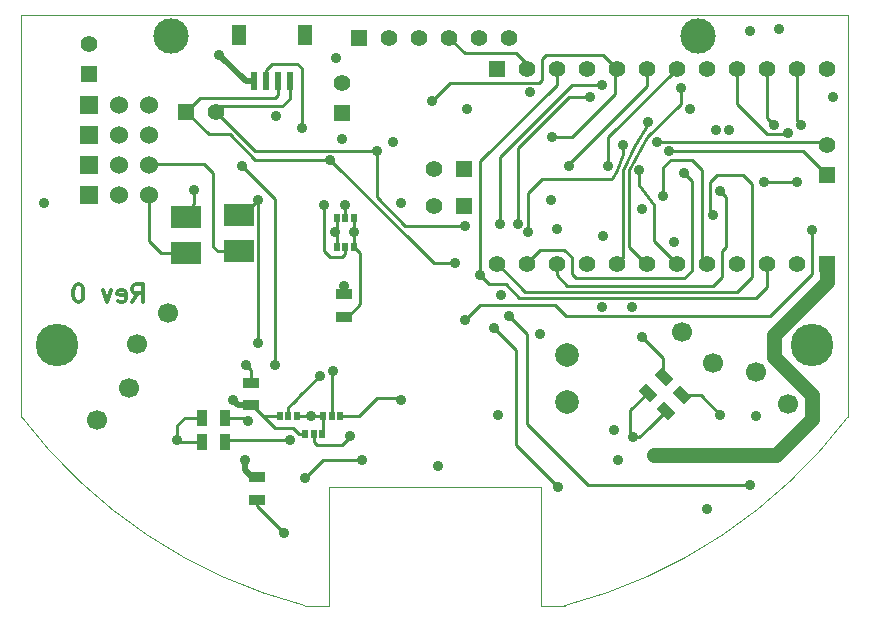
<source format=gbr>
G04 (created by PCBNEW (2013-07-07 BZR 4022)-stable) date 2/19/2015 5:20:46 AM*
%MOIN*%
G04 Gerber Fmt 3.4, Leading zero omitted, Abs format*
%FSLAX34Y34*%
G01*
G70*
G90*
G04 APERTURE LIST*
%ADD10C,0.00590551*%
%ADD11C,0.011811*%
%ADD12C,0.00393701*%
%ADD13R,0.035X0.055*%
%ADD14R,0.055X0.035*%
%ADD15R,0.055X0.055*%
%ADD16C,0.055*%
%ADD17R,0.02X0.03*%
%ADD18R,0.06X0.06*%
%ADD19C,0.06*%
%ADD20C,0.0787*%
%ADD21R,0.0236X0.061*%
%ADD22R,0.0472X0.0708*%
%ADD23R,0.0984X0.0768*%
%ADD24C,0.141732*%
%ADD25C,0.11811*%
%ADD26C,0.0669291*%
%ADD27C,0.035*%
%ADD28C,0.01*%
%ADD29C,0.02*%
%ADD30C,0.05*%
G04 APERTURE END LIST*
G54D10*
G54D11*
X78501Y-54839D02*
X78698Y-54557D01*
X78838Y-54839D02*
X78838Y-54248D01*
X78613Y-54248D01*
X78557Y-54276D01*
X78529Y-54304D01*
X78501Y-54360D01*
X78501Y-54445D01*
X78529Y-54501D01*
X78557Y-54529D01*
X78613Y-54557D01*
X78838Y-54557D01*
X78023Y-54810D02*
X78079Y-54839D01*
X78192Y-54839D01*
X78248Y-54810D01*
X78276Y-54754D01*
X78276Y-54529D01*
X78248Y-54473D01*
X78192Y-54445D01*
X78079Y-54445D01*
X78023Y-54473D01*
X77995Y-54529D01*
X77995Y-54585D01*
X78276Y-54642D01*
X77798Y-54445D02*
X77657Y-54839D01*
X77517Y-54445D01*
X76729Y-54248D02*
X76673Y-54248D01*
X76617Y-54276D01*
X76589Y-54304D01*
X76561Y-54360D01*
X76532Y-54473D01*
X76532Y-54614D01*
X76561Y-54726D01*
X76589Y-54782D01*
X76617Y-54810D01*
X76673Y-54839D01*
X76729Y-54839D01*
X76786Y-54810D01*
X76814Y-54782D01*
X76842Y-54726D01*
X76870Y-54614D01*
X76870Y-54473D01*
X76842Y-54360D01*
X76814Y-54304D01*
X76786Y-54276D01*
X76729Y-54248D01*
G54D12*
X102367Y-58653D02*
G75*
G02X92910Y-64961I-13785J10425D01*
G74*
G01*
X92913Y-64960D02*
X92125Y-64960D01*
X84251Y-64960D02*
X85039Y-64960D01*
X85039Y-61023D02*
X92125Y-61023D01*
X74797Y-58653D02*
G75*
G03X84255Y-64961I13785J10425D01*
G74*
G01*
X92125Y-61023D02*
X92125Y-64960D01*
X85039Y-61023D02*
X85039Y-64960D01*
X74803Y-58661D02*
X74803Y-45275D01*
X102362Y-45275D02*
X102362Y-58661D01*
X74803Y-45275D02*
X102362Y-45275D01*
G54D13*
X81575Y-58700D03*
X80825Y-58700D03*
G54D14*
X85550Y-55325D03*
X85550Y-54575D03*
X82650Y-60675D03*
X82650Y-61425D03*
X82450Y-58275D03*
X82450Y-57525D03*
G54D10*
G36*
X96144Y-57016D02*
X96533Y-57405D01*
X96285Y-57653D01*
X95896Y-57264D01*
X96144Y-57016D01*
X96144Y-57016D01*
G37*
G36*
X95614Y-57546D02*
X96003Y-57935D01*
X95755Y-58183D01*
X95366Y-57794D01*
X95614Y-57546D01*
X95614Y-57546D01*
G37*
G36*
X96744Y-57616D02*
X97133Y-58005D01*
X96885Y-58253D01*
X96496Y-57864D01*
X96744Y-57616D01*
X96744Y-57616D01*
G37*
G36*
X96214Y-58146D02*
X96603Y-58535D01*
X96355Y-58783D01*
X95966Y-58394D01*
X96214Y-58146D01*
X96214Y-58146D01*
G37*
G54D13*
X81575Y-59500D03*
X80825Y-59500D03*
G54D15*
X86053Y-46025D03*
G54D16*
X87053Y-46025D03*
X88053Y-46025D03*
X89053Y-46025D03*
X90053Y-46025D03*
X91053Y-46025D03*
G54D15*
X101650Y-50600D03*
G54D16*
X101650Y-49600D03*
G54D15*
X85500Y-48550D03*
G54D16*
X85500Y-47550D03*
G54D15*
X80300Y-48500D03*
G54D16*
X81300Y-48500D03*
G54D15*
X77050Y-47250D03*
G54D16*
X77050Y-46250D03*
G54D15*
X90650Y-47071D03*
G54D16*
X91650Y-47071D03*
X92650Y-47071D03*
X93650Y-47071D03*
X94650Y-47071D03*
X95650Y-47071D03*
X96650Y-47071D03*
X97650Y-47071D03*
X98650Y-47071D03*
X99650Y-47071D03*
X100650Y-47071D03*
X101650Y-47071D03*
G54D15*
X101650Y-53571D03*
G54D16*
X100650Y-53571D03*
X99650Y-53571D03*
X98650Y-53571D03*
X97650Y-53571D03*
X96650Y-53571D03*
X95650Y-53571D03*
X94650Y-53571D03*
X93650Y-53571D03*
X92650Y-53571D03*
X91650Y-53571D03*
X90650Y-53571D03*
G54D17*
X85150Y-58650D03*
X84870Y-58650D03*
X85430Y-58650D03*
X83700Y-58650D03*
X83980Y-58650D03*
X83420Y-58650D03*
X84550Y-59250D03*
X84830Y-59250D03*
X84270Y-59250D03*
G54D18*
X77053Y-51275D03*
G54D19*
X78053Y-51275D03*
X79053Y-51275D03*
G54D18*
X77053Y-50275D03*
G54D19*
X78053Y-50275D03*
X79053Y-50275D03*
G54D18*
X77053Y-49275D03*
G54D19*
X78053Y-49275D03*
X79053Y-49275D03*
G54D18*
X77053Y-48275D03*
G54D19*
X78053Y-48275D03*
X79053Y-48275D03*
G54D20*
X92987Y-58187D03*
X92987Y-56612D03*
G54D21*
X82560Y-47471D03*
X82954Y-47471D03*
X83346Y-47471D03*
X83740Y-47471D03*
G54D22*
X82048Y-45946D03*
X84252Y-45946D03*
G54D23*
X80300Y-52000D03*
X80300Y-53200D03*
X82050Y-51950D03*
X82050Y-53150D03*
G54D17*
X85600Y-52050D03*
X85880Y-52050D03*
X85320Y-52050D03*
X85600Y-53000D03*
X85880Y-53000D03*
X85320Y-53000D03*
G54D15*
X89550Y-50400D03*
G54D16*
X88550Y-50400D03*
G54D15*
X89550Y-51650D03*
G54D16*
X88550Y-51650D03*
G54D24*
X76000Y-56275D03*
X101150Y-56275D03*
G54D25*
X97350Y-45975D03*
X79800Y-45975D03*
G54D26*
X78668Y-56249D03*
X79698Y-55219D03*
X78384Y-57696D03*
X77313Y-58768D03*
X97837Y-56884D03*
X96807Y-55854D03*
X99285Y-57168D03*
X100357Y-58239D03*
G54D27*
X83300Y-48650D03*
X85500Y-49400D03*
X85300Y-46700D03*
X80550Y-51100D03*
X81400Y-46600D03*
X97950Y-49100D03*
X92650Y-52400D03*
X91750Y-47850D03*
X94550Y-59100D03*
X97650Y-61750D03*
X82250Y-60100D03*
X87450Y-58100D03*
X85250Y-52500D03*
X81850Y-58100D03*
X95700Y-48850D03*
X96800Y-47700D03*
X95400Y-50450D03*
X96200Y-51300D03*
X96400Y-49800D03*
X96000Y-49500D03*
X97850Y-51950D03*
X98100Y-51150D03*
X93050Y-50300D03*
X100350Y-49200D03*
X99900Y-48950D03*
X93750Y-48000D03*
X91350Y-52250D03*
X86650Y-49800D03*
X89600Y-52300D03*
X94850Y-49600D03*
X89250Y-53550D03*
X91700Y-52500D03*
X85100Y-50100D03*
X88500Y-48150D03*
X92500Y-49350D03*
X96900Y-50550D03*
X100800Y-48950D03*
X100650Y-50850D03*
X99550Y-50850D03*
X98400Y-49100D03*
X94350Y-50300D03*
X85600Y-51600D03*
X84900Y-51600D03*
X92100Y-55900D03*
X90100Y-53950D03*
X84250Y-60700D03*
X86150Y-60100D03*
X96550Y-52850D03*
X87200Y-49500D03*
X83250Y-56950D03*
X82150Y-50300D03*
X84150Y-49050D03*
X100050Y-45750D03*
X101850Y-48000D03*
X95200Y-59350D03*
X92450Y-51450D03*
X90800Y-54600D03*
X99300Y-58650D03*
X90700Y-58600D03*
X87450Y-51550D03*
X89650Y-48400D03*
X83550Y-62550D03*
X84450Y-58650D03*
X85900Y-52500D03*
X97100Y-48400D03*
X88700Y-60300D03*
X82300Y-56950D03*
X80000Y-59450D03*
X75550Y-51550D03*
X94150Y-55000D03*
X94200Y-52650D03*
X95500Y-56000D03*
X84750Y-57300D03*
X95150Y-55000D03*
X95500Y-51750D03*
X98100Y-58600D03*
X85550Y-54300D03*
X92700Y-61000D03*
X90550Y-55700D03*
X99100Y-60950D03*
X91050Y-55300D03*
X101150Y-52450D03*
X89600Y-55450D03*
X99100Y-45800D03*
X90750Y-52250D03*
X94150Y-47600D03*
X82350Y-58800D03*
X83750Y-59450D03*
X85750Y-59300D03*
X85200Y-57150D03*
X82700Y-56200D03*
X82700Y-51450D03*
X95900Y-59950D03*
X94700Y-60100D03*
G54D28*
X80300Y-52000D02*
X80550Y-51550D01*
X80550Y-51550D02*
X80550Y-51100D01*
G54D29*
X82560Y-47471D02*
X82271Y-47471D01*
X82271Y-47471D02*
X81400Y-46600D01*
X82650Y-60675D02*
X82475Y-60675D01*
X82475Y-60675D02*
X82250Y-60450D01*
X82250Y-60450D02*
X82250Y-60100D01*
G54D28*
X85430Y-58650D02*
X86050Y-58650D01*
X87400Y-58050D02*
X87450Y-58100D01*
X86650Y-58050D02*
X87400Y-58050D01*
X86050Y-58650D02*
X86650Y-58050D01*
X82450Y-58275D02*
X82475Y-58275D01*
X82475Y-58275D02*
X83249Y-59049D01*
X84050Y-59250D02*
X84270Y-59250D01*
X83849Y-59049D02*
X84050Y-59250D01*
X83249Y-59049D02*
X83849Y-59049D01*
X82850Y-58650D02*
X83420Y-58650D01*
X82475Y-58275D02*
X82850Y-58650D01*
X85320Y-52050D02*
X85320Y-52430D01*
X85320Y-52430D02*
X85250Y-52500D01*
X85320Y-52570D02*
X85320Y-53000D01*
X85250Y-52500D02*
X85320Y-52570D01*
G54D29*
X82450Y-58275D02*
X82025Y-58275D01*
X82025Y-58275D02*
X81850Y-58100D01*
G54D28*
X95700Y-48850D02*
X95700Y-48900D01*
X94850Y-53372D02*
X94650Y-53571D01*
X94850Y-50450D02*
X94850Y-53372D01*
X95250Y-49600D02*
X94850Y-50450D01*
X95250Y-49600D02*
X95250Y-49600D01*
X95700Y-48900D02*
X95250Y-49600D01*
X96800Y-47700D02*
X96800Y-48250D01*
X95600Y-53500D02*
X95650Y-53571D01*
X95600Y-53527D02*
X95600Y-53500D01*
X95050Y-53000D02*
X95075Y-53025D01*
X95075Y-53025D02*
X95600Y-53527D01*
X95650Y-49350D02*
X95650Y-49350D01*
X95650Y-49350D02*
X95050Y-50450D01*
X95050Y-50450D02*
X95050Y-53000D01*
X96800Y-48250D02*
X95650Y-49350D01*
X95400Y-50450D02*
X95400Y-50950D01*
X95900Y-52821D02*
X96650Y-53571D01*
X95900Y-51600D02*
X95900Y-52821D01*
X95400Y-50950D02*
X95900Y-51600D01*
X96700Y-50100D02*
X96450Y-50100D01*
X96700Y-50100D02*
X97150Y-50100D01*
X97150Y-50100D02*
X97500Y-50450D01*
X97500Y-50450D02*
X97500Y-53421D01*
X97650Y-53571D02*
X97500Y-53421D01*
X96200Y-50350D02*
X96200Y-51300D01*
X96450Y-50100D02*
X96200Y-50350D01*
X96400Y-49800D02*
X100850Y-49800D01*
X100850Y-49800D02*
X101650Y-50600D01*
X96000Y-49500D02*
X101550Y-49500D01*
X101550Y-49500D02*
X101650Y-49600D01*
X99150Y-54000D02*
X98650Y-54500D01*
X99150Y-54000D02*
X99150Y-50900D01*
X99150Y-50900D02*
X98850Y-50600D01*
X98850Y-50600D02*
X98000Y-50600D01*
X98000Y-50600D02*
X97750Y-50850D01*
X97750Y-50850D02*
X97750Y-51850D01*
X97750Y-51850D02*
X97850Y-51950D01*
X90650Y-53571D02*
X90671Y-53571D01*
X91600Y-54500D02*
X95550Y-54500D01*
X90671Y-53571D02*
X91600Y-54500D01*
X98650Y-54500D02*
X95550Y-54500D01*
X98150Y-54000D02*
X97850Y-54300D01*
X98300Y-51350D02*
X98300Y-53000D01*
X98300Y-53000D02*
X98150Y-53150D01*
X98150Y-53150D02*
X98150Y-54000D01*
X98100Y-51150D02*
X98300Y-51350D01*
X97850Y-54300D02*
X93000Y-54300D01*
X93006Y-54306D02*
X93000Y-54300D01*
X93000Y-54300D02*
X92650Y-53950D01*
X92650Y-53950D02*
X92650Y-53571D01*
X95650Y-47071D02*
X95650Y-47649D01*
X93000Y-50300D02*
X93050Y-50300D01*
X95650Y-47649D02*
X93000Y-50300D01*
X98650Y-48250D02*
X98650Y-47071D01*
X99650Y-49250D02*
X98650Y-48250D01*
X100300Y-49250D02*
X99650Y-49250D01*
X100350Y-49200D02*
X100300Y-49250D01*
X99650Y-48700D02*
X99650Y-47071D01*
X99900Y-48950D02*
X99650Y-48700D01*
X83740Y-47471D02*
X83740Y-48060D01*
X81500Y-48300D02*
X81300Y-48500D01*
X83500Y-48300D02*
X81500Y-48300D01*
X83740Y-48060D02*
X83500Y-48300D01*
X93750Y-48000D02*
X93050Y-48000D01*
X91350Y-49700D02*
X91350Y-52250D01*
X93050Y-48000D02*
X91350Y-49700D01*
X86650Y-49800D02*
X86650Y-51350D01*
X87600Y-52300D02*
X89600Y-52300D01*
X86650Y-51350D02*
X87600Y-52300D01*
X81300Y-48500D02*
X81300Y-48500D01*
X81300Y-48500D02*
X82500Y-49700D01*
X82500Y-49700D02*
X82600Y-49800D01*
X82600Y-49800D02*
X82700Y-49800D01*
X82700Y-49800D02*
X86650Y-49800D01*
X83346Y-47471D02*
X83346Y-47954D01*
X80750Y-48050D02*
X80300Y-48500D01*
X83250Y-48050D02*
X80750Y-48050D01*
X83346Y-47954D02*
X83250Y-48050D01*
X80300Y-48500D02*
X81050Y-49250D01*
X81050Y-49250D02*
X81750Y-49250D01*
X81750Y-49250D02*
X82600Y-50100D01*
X91700Y-51200D02*
X91700Y-52500D01*
X92150Y-50750D02*
X91700Y-51200D01*
X94500Y-50750D02*
X92150Y-50750D01*
X94650Y-50450D02*
X94650Y-50450D01*
X94650Y-50450D02*
X94500Y-50750D01*
X94850Y-49600D02*
X94850Y-49900D01*
X94850Y-49900D02*
X94650Y-50450D01*
X85100Y-50100D02*
X87950Y-52950D01*
X87950Y-52950D02*
X88550Y-53550D01*
X88550Y-53550D02*
X89250Y-53550D01*
X85100Y-50100D02*
X85100Y-50100D01*
X82600Y-50100D02*
X85100Y-50100D01*
X88500Y-48150D02*
X89100Y-47550D01*
X94178Y-46600D02*
X94650Y-47071D01*
X92300Y-46600D02*
X94178Y-46600D01*
X92150Y-46750D02*
X92300Y-46600D01*
X92150Y-47450D02*
X92150Y-46750D01*
X92050Y-47550D02*
X92150Y-47450D01*
X89100Y-47550D02*
X92050Y-47550D01*
X92500Y-49350D02*
X93150Y-49350D01*
X94600Y-47122D02*
X94650Y-47071D01*
X94600Y-47900D02*
X94600Y-47122D01*
X93150Y-49350D02*
X94600Y-47900D01*
X97150Y-53800D02*
X96900Y-54050D01*
X91650Y-53549D02*
X92100Y-53100D01*
X92100Y-53100D02*
X92900Y-53100D01*
X92900Y-53100D02*
X93150Y-53350D01*
X93150Y-53350D02*
X93150Y-53900D01*
X93150Y-53900D02*
X93300Y-54050D01*
X93300Y-54050D02*
X95350Y-54050D01*
X97150Y-53800D02*
X97150Y-50800D01*
X97150Y-50800D02*
X96900Y-50550D01*
X91650Y-53549D02*
X91650Y-53571D01*
X96900Y-54050D02*
X95350Y-54050D01*
X100650Y-47072D02*
X100650Y-47071D01*
X100650Y-48800D02*
X100650Y-47072D01*
X100800Y-48950D02*
X100650Y-48800D01*
X99550Y-50850D02*
X100650Y-50850D01*
X94350Y-50300D02*
X94350Y-49350D01*
X94350Y-49350D02*
X96650Y-47071D01*
X85600Y-52050D02*
X85600Y-51600D01*
X85600Y-53250D02*
X85600Y-53000D01*
X85500Y-53350D02*
X85600Y-53250D01*
X85100Y-53350D02*
X85500Y-53350D01*
X84900Y-53150D02*
X85100Y-53350D01*
X84900Y-51600D02*
X84900Y-53150D01*
X95950Y-54700D02*
X99300Y-54700D01*
X99650Y-54349D02*
X99650Y-53571D01*
X99300Y-54700D02*
X99650Y-54349D01*
X95950Y-54700D02*
X95950Y-54700D01*
X90400Y-54250D02*
X90950Y-54250D01*
X90950Y-54250D02*
X91400Y-54700D01*
X91400Y-54700D02*
X95950Y-54700D01*
X90100Y-53950D02*
X90400Y-54250D01*
X92650Y-47071D02*
X92650Y-47599D01*
X90100Y-50150D02*
X90100Y-53950D01*
X92650Y-47599D02*
X90100Y-50150D01*
X84850Y-60100D02*
X86150Y-60100D01*
X84250Y-60700D02*
X84850Y-60100D01*
X91650Y-47071D02*
X91650Y-46900D01*
X89577Y-46550D02*
X89053Y-46025D01*
X91300Y-46550D02*
X89577Y-46550D01*
X91650Y-46900D02*
X91300Y-46550D01*
X82150Y-50300D02*
X83250Y-51400D01*
X83250Y-51400D02*
X83250Y-56700D01*
X83250Y-56700D02*
X83250Y-56950D01*
X85550Y-55325D02*
X85675Y-55325D01*
X86100Y-53220D02*
X85880Y-53000D01*
X86100Y-54900D02*
X86100Y-53220D01*
X85675Y-55325D02*
X86100Y-54900D01*
X82954Y-47471D02*
X82954Y-47096D01*
X82954Y-47096D02*
X83150Y-46900D01*
X83150Y-46900D02*
X84000Y-46900D01*
X84000Y-46900D02*
X84150Y-47050D01*
X84150Y-47050D02*
X84150Y-49050D01*
X80825Y-58700D02*
X80250Y-58700D01*
X80000Y-58950D02*
X80000Y-59450D01*
X80250Y-58700D02*
X80000Y-58950D01*
X95100Y-58450D02*
X95100Y-59250D01*
X95684Y-57865D02*
X95100Y-58450D01*
X95100Y-59250D02*
X95200Y-59350D01*
X95750Y-59000D02*
X95400Y-59350D01*
X95750Y-59000D02*
X96284Y-58465D01*
X95400Y-59350D02*
X95200Y-59350D01*
X79150Y-52900D02*
X79050Y-52800D01*
X79450Y-53200D02*
X79300Y-53050D01*
X79300Y-53050D02*
X79150Y-52900D01*
X80300Y-53200D02*
X79450Y-53200D01*
X79050Y-52800D02*
X79053Y-51275D01*
X81200Y-50550D02*
X80900Y-50250D01*
X81350Y-53150D02*
X81200Y-53000D01*
X81200Y-53000D02*
X81200Y-50550D01*
X82050Y-53150D02*
X81350Y-53150D01*
X79078Y-50250D02*
X79053Y-50275D01*
X80900Y-50250D02*
X79078Y-50250D01*
X93650Y-47071D02*
X93671Y-47071D01*
X82650Y-61650D02*
X82650Y-61425D01*
X83550Y-62550D02*
X82650Y-61650D01*
X84830Y-59250D02*
X84850Y-59200D01*
X84850Y-58750D02*
X84870Y-58650D01*
X84850Y-59200D02*
X84850Y-58750D01*
X84870Y-58650D02*
X84450Y-58650D01*
X84450Y-58650D02*
X83980Y-58650D01*
X85880Y-53000D02*
X85880Y-52520D01*
X85880Y-52520D02*
X85900Y-52500D01*
X85880Y-52050D02*
X85880Y-52480D01*
X85880Y-52480D02*
X85900Y-52500D01*
X82450Y-57525D02*
X82450Y-57100D01*
X82450Y-57100D02*
X82300Y-56950D01*
X80825Y-59500D02*
X80050Y-59500D01*
X80050Y-59500D02*
X80000Y-59450D01*
X96200Y-57319D02*
X96215Y-57334D01*
X96200Y-56700D02*
X96200Y-57319D01*
X95500Y-56000D02*
X96200Y-56700D01*
X83700Y-58650D02*
X83700Y-58350D01*
X83700Y-58350D02*
X83850Y-58200D01*
X83850Y-58200D02*
X83950Y-58100D01*
X83950Y-58100D02*
X84100Y-57950D01*
X84100Y-57950D02*
X84750Y-57300D01*
X96830Y-57950D02*
X96815Y-57934D01*
X97450Y-57950D02*
X96830Y-57950D01*
X98100Y-58600D02*
X97450Y-57950D01*
X85550Y-54575D02*
X85550Y-54300D01*
X90550Y-55700D02*
X90550Y-55700D01*
X92700Y-61000D02*
X91300Y-59600D01*
X91300Y-59600D02*
X91300Y-56450D01*
X91300Y-56450D02*
X90550Y-55700D01*
X93700Y-60950D02*
X99100Y-60950D01*
X91650Y-58900D02*
X93700Y-60950D01*
X91650Y-55900D02*
X91650Y-58900D01*
X91050Y-55300D02*
X91650Y-55900D01*
X101150Y-53900D02*
X101150Y-52450D01*
X99750Y-55300D02*
X101150Y-53900D01*
X99200Y-55300D02*
X99750Y-55300D01*
X97800Y-55300D02*
X99200Y-55300D01*
X90100Y-54950D02*
X92600Y-54950D01*
X92600Y-54950D02*
X92950Y-55300D01*
X92950Y-55300D02*
X97800Y-55300D01*
X89600Y-55450D02*
X90100Y-54950D01*
X93150Y-47600D02*
X94150Y-47600D01*
X90750Y-52250D02*
X90750Y-50000D01*
X90750Y-50000D02*
X93150Y-47600D01*
X82250Y-58700D02*
X81575Y-58700D01*
X82350Y-58800D02*
X82250Y-58700D01*
X81700Y-59450D02*
X81650Y-59500D01*
X83750Y-59450D02*
X81700Y-59450D01*
X81600Y-59500D02*
X81575Y-59500D01*
X81650Y-59500D02*
X81600Y-59500D01*
X84550Y-59250D02*
X84550Y-59500D01*
X85750Y-59350D02*
X85750Y-59300D01*
X85500Y-59600D02*
X85750Y-59350D01*
X84650Y-59600D02*
X85500Y-59600D01*
X84550Y-59500D02*
X84650Y-59600D01*
X85150Y-58650D02*
X85150Y-57200D01*
X85150Y-57200D02*
X85200Y-57150D01*
X82700Y-56200D02*
X82700Y-51450D01*
X82050Y-51950D02*
X82200Y-51950D01*
X82200Y-51950D02*
X82700Y-51450D01*
G54D30*
X95900Y-59950D02*
X99950Y-59950D01*
X101650Y-53572D02*
X101650Y-53571D01*
X101150Y-57950D02*
X99900Y-56675D01*
X99900Y-56675D02*
X99900Y-55925D01*
X99900Y-55925D02*
X101650Y-54175D01*
X101650Y-54175D02*
X101650Y-53572D01*
X100600Y-59300D02*
X101150Y-58750D01*
X101150Y-58750D02*
X101150Y-57950D01*
X99950Y-59950D02*
X100600Y-59300D01*
M02*

</source>
